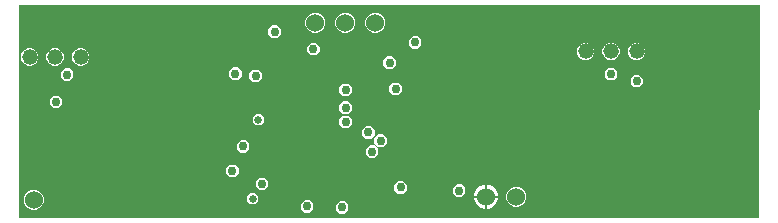
<source format=gbr>
G04 EAGLE Gerber RS-274X export*
G75*
%MOMM*%
%FSLAX34Y34*%
%LPD*%
%INCopper Layer 2*%
%IPPOS*%
%AMOC8*
5,1,8,0,0,1.08239X$1,22.5*%
G01*
G04 Define Apertures*
%ADD10C,1.524000*%
%ADD11C,1.320800*%
%ADD12C,1.108000*%
%ADD13C,0.756400*%
%ADD14C,0.656400*%
G36*
X637121Y10190D02*
X637246Y10276D01*
X637328Y10404D01*
X637353Y10541D01*
X637581Y190121D01*
X637551Y190269D01*
X637465Y190394D01*
X637337Y190476D01*
X637200Y190502D01*
X10782Y190502D01*
X10633Y190472D01*
X10508Y190386D01*
X10426Y190258D01*
X10401Y190121D01*
X10173Y10541D01*
X10203Y10393D01*
X10289Y10268D01*
X10417Y10186D01*
X10554Y10160D01*
X636972Y10160D01*
X637121Y10190D01*
G37*
%LPC*%
G36*
X310626Y166880D02*
X307545Y168156D01*
X305187Y170514D01*
X303911Y173595D01*
X303911Y176929D01*
X305187Y180010D01*
X307545Y182368D01*
X310626Y183644D01*
X313960Y183644D01*
X317041Y182368D01*
X319399Y180010D01*
X320675Y176929D01*
X320675Y173595D01*
X319399Y170514D01*
X317041Y168156D01*
X313960Y166880D01*
X310626Y166880D01*
G37*
G36*
X285226Y166880D02*
X282145Y168156D01*
X279787Y170514D01*
X278511Y173595D01*
X278511Y176929D01*
X279787Y180010D01*
X282145Y182368D01*
X285226Y183644D01*
X288560Y183644D01*
X291641Y182368D01*
X293999Y180010D01*
X295275Y176929D01*
X295275Y173595D01*
X293999Y170514D01*
X291641Y168156D01*
X288560Y166880D01*
X285226Y166880D01*
G37*
G36*
X259826Y166880D02*
X256745Y168156D01*
X254387Y170514D01*
X253111Y173595D01*
X253111Y176929D01*
X254387Y180010D01*
X256745Y182368D01*
X259826Y183644D01*
X263160Y183644D01*
X266241Y182368D01*
X268599Y180010D01*
X269875Y176929D01*
X269875Y173595D01*
X268599Y170514D01*
X266241Y168156D01*
X263160Y166880D01*
X259826Y166880D01*
G37*
G36*
X224878Y162461D02*
X221770Y165569D01*
X221770Y169965D01*
X224878Y173073D01*
X229274Y173073D01*
X232382Y169965D01*
X232382Y165569D01*
X229274Y162461D01*
X224878Y162461D01*
G37*
G36*
X343750Y153190D02*
X340642Y156298D01*
X340642Y160694D01*
X343750Y163802D01*
X348146Y163802D01*
X351254Y160694D01*
X351254Y156298D01*
X348146Y153190D01*
X343750Y153190D01*
G37*
G36*
X531935Y143510D02*
X529228Y144631D01*
X527155Y146704D01*
X526034Y149411D01*
X526034Y152341D01*
X527155Y155049D01*
X529228Y157121D01*
X531935Y158242D01*
X534865Y158242D01*
X537573Y157121D01*
X539645Y155049D01*
X540766Y152341D01*
X540766Y149411D01*
X539645Y146704D01*
X537573Y144631D01*
X534865Y143510D01*
X531935Y143510D01*
G37*
G36*
X510345Y143510D02*
X507638Y144631D01*
X505565Y146704D01*
X504444Y149411D01*
X504444Y152341D01*
X505565Y155049D01*
X507638Y157121D01*
X510345Y158242D01*
X513275Y158242D01*
X515983Y157121D01*
X518055Y155049D01*
X519176Y152341D01*
X519176Y149411D01*
X518055Y146704D01*
X515983Y144631D01*
X513275Y143510D01*
X510345Y143510D01*
G37*
G36*
X488755Y143510D02*
X486048Y144631D01*
X483975Y146704D01*
X482854Y149411D01*
X482854Y152341D01*
X483975Y155049D01*
X486048Y157121D01*
X488755Y158242D01*
X491685Y158242D01*
X494393Y157121D01*
X496465Y155049D01*
X497586Y152341D01*
X497586Y149411D01*
X496465Y146704D01*
X494393Y144631D01*
X491685Y143510D01*
X488755Y143510D01*
G37*
G36*
X257644Y147475D02*
X254536Y150583D01*
X254536Y154979D01*
X257644Y158087D01*
X262040Y158087D01*
X265148Y154979D01*
X265148Y150583D01*
X262040Y147475D01*
X257644Y147475D01*
G37*
G36*
X61273Y138756D02*
X58566Y139877D01*
X56493Y141950D01*
X55372Y144657D01*
X55372Y147587D01*
X56493Y150295D01*
X58566Y152367D01*
X61273Y153488D01*
X64203Y153488D01*
X66911Y152367D01*
X68983Y150295D01*
X70104Y147587D01*
X70104Y144657D01*
X68983Y141950D01*
X66911Y139877D01*
X64203Y138756D01*
X61273Y138756D01*
G37*
G36*
X39683Y138756D02*
X36976Y139877D01*
X34903Y141950D01*
X33782Y144657D01*
X33782Y147587D01*
X34903Y150295D01*
X36976Y152367D01*
X39683Y153488D01*
X42613Y153488D01*
X45321Y152367D01*
X47393Y150295D01*
X48514Y147587D01*
X48514Y144657D01*
X47393Y141950D01*
X45321Y139877D01*
X42613Y138756D01*
X39683Y138756D01*
G37*
G36*
X18093Y138756D02*
X15386Y139877D01*
X13313Y141950D01*
X12192Y144657D01*
X12192Y147587D01*
X13313Y150295D01*
X15386Y152367D01*
X18093Y153488D01*
X21023Y153488D01*
X23731Y152367D01*
X25803Y150295D01*
X26924Y147587D01*
X26924Y144657D01*
X25803Y141950D01*
X23731Y139877D01*
X21023Y138756D01*
X18093Y138756D01*
G37*
G36*
X322160Y136172D02*
X319052Y139280D01*
X319052Y143676D01*
X322160Y146784D01*
X326556Y146784D01*
X329664Y143676D01*
X329664Y139280D01*
X326556Y136172D01*
X322160Y136172D01*
G37*
G36*
X191604Y126774D02*
X188496Y129882D01*
X188496Y134278D01*
X191604Y137386D01*
X196000Y137386D01*
X199108Y134278D01*
X199108Y129882D01*
X196000Y126774D01*
X191604Y126774D01*
G37*
G36*
X509612Y126520D02*
X506504Y129628D01*
X506504Y134024D01*
X509612Y137132D01*
X514008Y137132D01*
X517116Y134024D01*
X517116Y129628D01*
X514008Y126520D01*
X509612Y126520D01*
G37*
G36*
X49110Y126012D02*
X46002Y129120D01*
X46002Y133516D01*
X49110Y136624D01*
X53506Y136624D01*
X56614Y133516D01*
X56614Y129120D01*
X53506Y126012D01*
X49110Y126012D01*
G37*
G36*
X208622Y124742D02*
X205514Y127850D01*
X205514Y132246D01*
X208622Y135354D01*
X213018Y135354D01*
X216126Y132246D01*
X216126Y127850D01*
X213018Y124742D01*
X208622Y124742D01*
G37*
G36*
X531456Y120424D02*
X528348Y123532D01*
X528348Y127928D01*
X531456Y131036D01*
X535852Y131036D01*
X538960Y127928D01*
X538960Y123532D01*
X535852Y120424D01*
X531456Y120424D01*
G37*
G36*
X327240Y113820D02*
X324132Y116928D01*
X324132Y121324D01*
X327240Y124432D01*
X331636Y124432D01*
X334744Y121324D01*
X334744Y116928D01*
X331636Y113820D01*
X327240Y113820D01*
G37*
G36*
X284822Y113058D02*
X281714Y116166D01*
X281714Y120562D01*
X284822Y123670D01*
X289218Y123670D01*
X292326Y120562D01*
X292326Y116166D01*
X289218Y113058D01*
X284822Y113058D01*
G37*
G36*
X39712Y102898D02*
X36604Y106006D01*
X36604Y110402D01*
X39712Y113510D01*
X44108Y113510D01*
X47216Y110402D01*
X47216Y106006D01*
X44108Y102898D01*
X39712Y102898D01*
G37*
G36*
X284822Y98016D02*
X281714Y101124D01*
X281714Y105520D01*
X284822Y108628D01*
X289218Y108628D01*
X292326Y105520D01*
X292326Y101124D01*
X289218Y98016D01*
X284822Y98016D01*
G37*
G36*
X211115Y88412D02*
X208300Y91227D01*
X208300Y95209D01*
X211115Y98024D01*
X215097Y98024D01*
X217912Y95209D01*
X217912Y91227D01*
X215097Y88412D01*
X211115Y88412D01*
G37*
G36*
X284822Y85880D02*
X281714Y88988D01*
X281714Y93384D01*
X284822Y96492D01*
X289218Y96492D01*
X292326Y93384D01*
X292326Y88988D01*
X289218Y85880D01*
X284822Y85880D01*
G37*
G36*
X304126Y76990D02*
X301018Y80098D01*
X301018Y84494D01*
X304126Y87602D01*
X308522Y87602D01*
X311630Y84494D01*
X311630Y80098D01*
X308522Y76990D01*
X304126Y76990D01*
G37*
G36*
X314489Y70183D02*
X311381Y73291D01*
X311381Y77687D01*
X314489Y80795D01*
X318885Y80795D01*
X321993Y77687D01*
X321993Y73291D01*
X318885Y70183D01*
X314489Y70183D01*
G37*
G36*
X198208Y65306D02*
X195100Y68414D01*
X195100Y72810D01*
X198208Y75918D01*
X202604Y75918D01*
X205712Y72810D01*
X205712Y68414D01*
X202604Y65306D01*
X198208Y65306D01*
G37*
G36*
X307428Y60734D02*
X304320Y63842D01*
X304320Y68238D01*
X307428Y71346D01*
X311824Y71346D01*
X314932Y68238D01*
X314932Y63842D01*
X311824Y60734D01*
X307428Y60734D01*
G37*
G36*
X189064Y44478D02*
X185956Y47586D01*
X185956Y51982D01*
X189064Y55090D01*
X193460Y55090D01*
X196568Y51982D01*
X196568Y47586D01*
X193460Y44478D01*
X189064Y44478D01*
G37*
G36*
X214210Y33556D02*
X211102Y36664D01*
X211102Y41060D01*
X214210Y44168D01*
X218606Y44168D01*
X221714Y41060D01*
X221714Y36664D01*
X218606Y33556D01*
X214210Y33556D01*
G37*
G36*
X331558Y30508D02*
X328450Y33616D01*
X328450Y38012D01*
X331558Y41120D01*
X335954Y41120D01*
X339062Y38012D01*
X339062Y33616D01*
X335954Y30508D01*
X331558Y30508D01*
G37*
G36*
X381088Y27714D02*
X377980Y30822D01*
X377980Y35218D01*
X381088Y38326D01*
X385484Y38326D01*
X388592Y35218D01*
X388592Y30822D01*
X385484Y27714D01*
X381088Y27714D01*
G37*
G36*
X395986Y28702D02*
X395986Y29961D01*
X397533Y33695D01*
X400391Y36553D01*
X404125Y38100D01*
X405384Y38100D01*
X405384Y28702D01*
X395986Y28702D01*
G37*
G36*
X406908Y28702D02*
X406908Y38100D01*
X408167Y38100D01*
X411901Y36553D01*
X414759Y33695D01*
X416306Y29961D01*
X416306Y28702D01*
X406908Y28702D01*
G37*
G36*
X429879Y19558D02*
X426798Y20834D01*
X424440Y23192D01*
X423164Y26273D01*
X423164Y29607D01*
X424440Y32688D01*
X426798Y35046D01*
X429879Y36322D01*
X433213Y36322D01*
X436294Y35046D01*
X438652Y32688D01*
X439928Y29607D01*
X439928Y26273D01*
X438652Y23192D01*
X436294Y20834D01*
X433213Y19558D01*
X429879Y19558D01*
G37*
G36*
X21447Y17018D02*
X18366Y18294D01*
X16008Y20652D01*
X14732Y23733D01*
X14732Y27067D01*
X16008Y30148D01*
X18366Y32506D01*
X21447Y33782D01*
X24781Y33782D01*
X27862Y32506D01*
X30220Y30148D01*
X31496Y27067D01*
X31496Y23733D01*
X30220Y20652D01*
X27862Y18294D01*
X24781Y17018D01*
X21447Y17018D01*
G37*
G36*
X206543Y21483D02*
X203728Y24298D01*
X203728Y28280D01*
X206543Y31095D01*
X210525Y31095D01*
X213340Y28280D01*
X213340Y24298D01*
X210525Y21483D01*
X206543Y21483D01*
G37*
G36*
X406908Y17780D02*
X406908Y27178D01*
X416306Y27178D01*
X416306Y25919D01*
X414759Y22185D01*
X411901Y19327D01*
X408167Y17780D01*
X406908Y17780D01*
G37*
G36*
X404125Y17780D02*
X400391Y19327D01*
X397533Y22185D01*
X395986Y25919D01*
X395986Y27178D01*
X405384Y27178D01*
X405384Y17780D01*
X404125Y17780D01*
G37*
G36*
X252310Y14506D02*
X249202Y17614D01*
X249202Y22010D01*
X252310Y25118D01*
X256706Y25118D01*
X259814Y22010D01*
X259814Y17614D01*
X256706Y14506D01*
X252310Y14506D01*
G37*
G36*
X282028Y13490D02*
X278920Y16598D01*
X278920Y20994D01*
X282028Y24102D01*
X286424Y24102D01*
X289532Y20994D01*
X289532Y16598D01*
X286424Y13490D01*
X282028Y13490D01*
G37*
%LPD*%
D10*
X406146Y27940D03*
X431546Y27940D03*
X261493Y175262D03*
X286893Y175262D03*
X312293Y175262D03*
X23114Y25400D03*
D11*
X490220Y150876D03*
X511810Y150876D03*
X533400Y150876D03*
X62738Y146122D03*
X41148Y146122D03*
X19558Y146122D03*
D12*
X393192Y110998D03*
X377192Y126998D03*
X409192Y126998D03*
X409192Y94998D03*
X377192Y94998D03*
X393192Y94998D03*
X409192Y110998D03*
X393192Y126998D03*
X377192Y110998D03*
D13*
X98362Y21114D03*
X469138Y89980D03*
X485140Y89980D03*
X500507Y93218D03*
X520319Y23114D03*
X535178Y90805D03*
X553974Y90805D03*
X582930Y90805D03*
X623443Y23114D03*
X623443Y179959D03*
X582422Y124206D03*
X566166Y124206D03*
X549910Y124206D03*
X500507Y121158D03*
X485140Y125794D03*
X469138Y125794D03*
X449453Y179959D03*
X336296Y179959D03*
X299720Y160909D03*
X210820Y179959D03*
X462153Y23114D03*
X148844Y21114D03*
X149437Y179959D03*
X87291Y179959D03*
X25146Y179959D03*
X98298Y131064D03*
X136652Y131064D03*
X163576Y120015D03*
X100711Y101473D03*
X93694Y48387D03*
X39624Y69596D03*
X39624Y53763D03*
X47879Y37931D03*
X47879Y21114D03*
X273812Y45720D03*
X332740Y20447D03*
X210820Y143637D03*
X450977Y125794D03*
X450977Y89980D03*
X391033Y52451D03*
X186944Y98679D03*
X205994Y86360D03*
X210566Y15669D03*
X259334Y138938D03*
X293370Y63246D03*
X179126Y45847D03*
X148336Y120015D03*
X161290Y98679D03*
X126492Y101473D03*
X113602Y101473D03*
X87821Y101473D03*
X74930Y101473D03*
X104394Y75692D03*
X93694Y61087D03*
X121412Y61087D03*
X121412Y48387D03*
X146050Y75946D03*
X80772Y131064D03*
X30480Y131318D03*
X167640Y63754D03*
X227076Y167767D03*
X287020Y103322D03*
X216408Y38862D03*
X287020Y118364D03*
X324358Y141478D03*
X193802Y132080D03*
D14*
X213106Y93218D03*
X208534Y26289D03*
D13*
X284226Y18796D03*
X254508Y19812D03*
X533654Y125730D03*
X383286Y33020D03*
X306324Y82296D03*
X511810Y131826D03*
X41910Y108204D03*
X200406Y70612D03*
X191262Y49784D03*
X345948Y158496D03*
X210820Y130048D03*
X333756Y35814D03*
X316687Y75489D03*
X329438Y119126D03*
X51308Y131318D03*
X287020Y91186D03*
X309626Y66040D03*
X259842Y152781D03*
M02*

</source>
